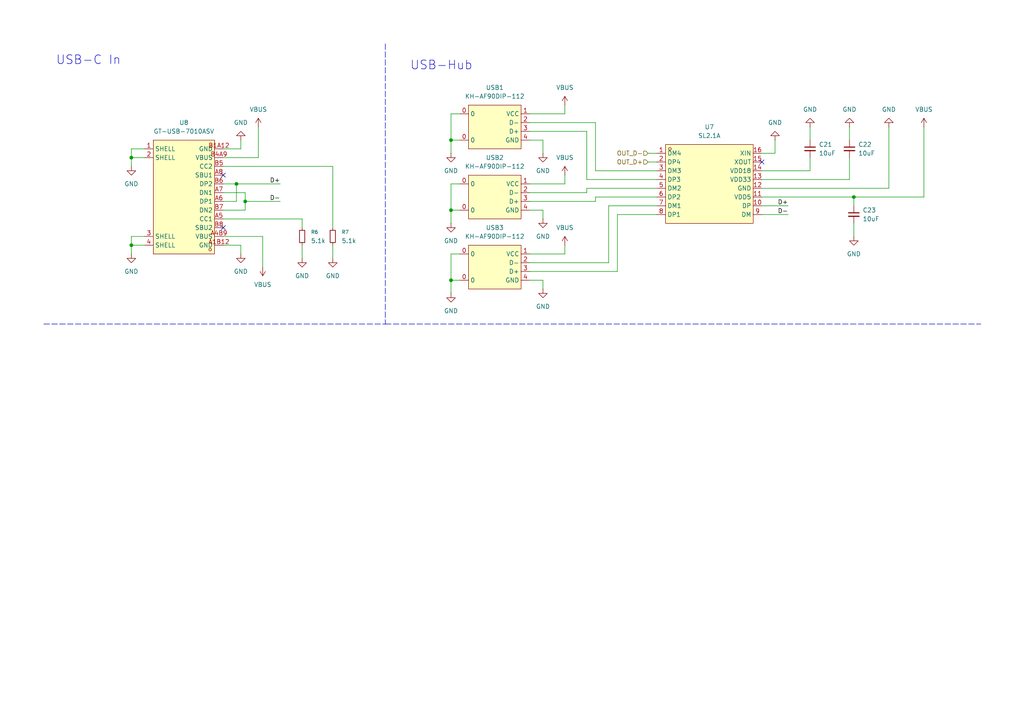
<source format=kicad_sch>
(kicad_sch (version 20250114) (generator "eeschema") (generator_version "9.0")
  (paper "A4")
  (lib_symbols
    (symbol "Device:C_Small" (pin_numbers (hide yes)) (pin_names (offset 0.254) (hide yes))
      (property "Reference" "C" (at 0.254 1.778 0))
      (property "Value" "C_Small" (at 0.254 -2.032 0))
      (symbol "C_Small_0_1"
        (polyline (pts (xy -1.524 0.508) (xy 1.524 0.508)) (stroke (width 0.3048)))
        (polyline (pts (xy -1.524 -0.508) (xy 1.524 -0.508)) (stroke (width 0.3302)))
      )
      (symbol "C_Small_1_1"
        (pin passive line (at 0 2.54 270) (length 2.032) (name "~") (number "1"))
        (pin passive line (at 0 -2.54 90) (length 2.032) (name "~") (number "2"))
      )
    )
    (symbol "Device:R_Small" (pin_numbers (hide yes)) (pin_names (offset 0.254) (hide yes))
      (property "Reference" "R" (at 0 0 90))
      (property "Value" "R_Small" (at 1.778 0 90))
      (symbol "R_Small_0_1"
        (rectangle (start -0.762 1.778) (end 0.762 -1.778) (stroke (width 0.2032)))
      )
      (symbol "R_Small_1_1"
        (pin passive line (at 0 2.54 270) (length 0.762) (name "~") (number "1"))
        (pin passive line (at 0 -2.54 90) (length 0.762) (name "~") (number "2"))
      )
    )
    (symbol "KH-AF90DIP-112_1"
      (property "Reference" "USB" (at 0 10.16 0))
      (property "Value" "KH-AF90DIP-112" (at 0 -7.62 0))
      (symbol "KH-AF90DIP-112_1_0_1"
        (rectangle (start -7.62 7.62) (end 7.62 -5.08) (fill (type background)))
        (pin unspecified line (at -10.16 5.08 0) (length 2.54) (name "0") (number "0"))
        (pin unspecified line (at -10.16 -2.54 0) (length 2.54) (name "0") (number "0"))
        (pin input line (at 10.16 5.08 180) (length 2.54) (name "VCC") (number "1"))
        (pin input line (at 10.16 2.54 180) (length 2.54) (name "D-") (number "2"))
        (pin input line (at 10.16 0 180) (length 2.54) (name "D+") (number "3"))
        (pin input line (at 10.16 -2.54 180) (length 2.54) (name "GND") (number "4"))
      )
    )
    (symbol "KH-AF90DIP-112_2"
      (property "Reference" "USB" (at 0 10.16 0))
      (property "Value" "KH-AF90DIP-112" (at 0 -7.62 0))
      (symbol "KH-AF90DIP-112_2_0_1"
        (rectangle (start -7.62 7.62) (end 7.62 -5.08) (fill (type background)))
        (pin unspecified line (at -10.16 5.08 0) (length 2.54) (name "0") (number "0"))
        (pin unspecified line (at -10.16 -2.54 0) (length 2.54) (name "0") (number "0"))
        (pin input line (at 10.16 5.08 180) (length 2.54) (name "VCC") (number "1"))
        (pin input line (at 10.16 2.54 180) (length 2.54) (name "D-") (number "2"))
        (pin input line (at 10.16 0 180) (length 2.54) (name "D+") (number "3"))
        (pin input line (at 10.16 -2.54 180) (length 2.54) (name "GND") (number "4"))
      )
    )
    (symbol "easyeda2kicad:GT-USB-7010ASV"
      (property "Reference" "U" (at 0 20.32 0))
      (property "Value" "GT-USB-7010ASV" (at 0 -17.78 0))
      (symbol "GT-USB-7010ASV_0_1"
        (rectangle (start -10.16 17.78) (end 7.62 -15.24) (fill (type background)))
        (circle (center -8.89 16.51) (radius 0.38))
        (pin unspecified line (at -12.7 15.24 0) (length 2.54) (name "GND") (number "A1B12"))
        (pin unspecified line (at -12.7 12.7 0) (length 2.54) (name "VBUS") (number "A4B9"))
        (pin unspecified line (at -12.7 10.16 0) (length 2.54) (name "SBU2") (number "B8"))
        (pin unspecified line (at -12.7 7.62 0) (length 2.54) (name "CC1") (number "A5"))
        (pin unspecified line (at -12.7 5.08 0) (length 2.54) (name "DN2") (number "B7"))
        (pin unspecified line (at -12.7 2.54 0) (length 2.54) (name "DP1") (number "A6"))
        (pin unspecified line (at -12.7 0 0) (length 2.54) (name "DN1") (number "A7"))
        (pin unspecified line (at -12.7 -2.54 0) (length 2.54) (name "DP2") (number "B6"))
        (pin unspecified line (at -12.7 -5.08 0) (length 2.54) (name "SBU1") (number "A8"))
        (pin unspecified line (at -12.7 -7.62 0) (length 2.54) (name "CC2") (number "B5"))
        (pin unspecified line (at -12.7 -10.16 0) (length 2.54) (name "VBUS") (number "B4A9"))
        (pin unspecified line (at -12.7 -12.7 0) (length 2.54) (name "GND") (number "B1A12"))
        (pin unspecified line (at 10.16 15.24 180) (length 2.54) (name "SHELL") (number "4"))
        (pin unspecified line (at 10.16 12.7 180) (length 2.54) (name "SHELL") (number "3"))
        (pin unspecified line (at 10.16 -10.16 180) (length 2.54) (name "SHELL") (number "2"))
        (pin unspecified line (at 10.16 -12.7 180) (length 2.54) (name "SHELL") (number "1"))
      )
    )
    (symbol "easyeda2kicad:KH-AF90DIP-112"
      (property "Reference" "USB" (at 0 10.16 0))
      (property "Value" "KH-AF90DIP-112" (at 0 -7.62 0))
      (symbol "KH-AF90DIP-112_0_1"
        (rectangle (start -7.62 7.62) (end 7.62 -5.08) (fill (type background)))
        (pin unspecified line (at -10.16 5.08 0) (length 2.54) (name "0") (number "0"))
        (pin unspecified line (at -10.16 -2.54 0) (length 2.54) (name "0") (number "0"))
        (pin input line (at 10.16 5.08 180) (length 2.54) (name "VCC") (number "1"))
        (pin input line (at 10.16 2.54 180) (length 2.54) (name "D-") (number "2"))
        (pin input line (at 10.16 0 180) (length 2.54) (name "D+") (number "3"))
        (pin input line (at 10.16 -2.54 180) (length 2.54) (name "GND") (number "4"))
      )
    )
    (symbol "easyeda2kicad:SL2.1A"
      (property "Reference" "U" (at 0 13.97 0))
      (property "Value" "SL2.1A" (at 0 -13.97 0))
      (symbol "SL2.1A_0_1"
        (rectangle (start -12.7 11.43) (end 12.7 -11.43) (fill (type background)))
        (circle (center -11.43 10.16) (radius 0.38))
        (pin unspecified line (at -15.24 8.89 0) (length 2.54) (name "DM4") (number "1"))
        (pin unspecified line (at -15.24 6.35 0) (length 2.54) (name "DP4") (number "2"))
        (pin unspecified line (at -15.24 3.81 0) (length 2.54) (name "DM3") (number "3"))
        (pin unspecified line (at -15.24 1.27 0) (length 2.54) (name "DP3") (number "4"))
        (pin unspecified line (at -15.24 -1.27 0) (length 2.54) (name "DM2") (number "5"))
        (pin unspecified line (at -15.24 -3.81 0) (length 2.54) (name "DP2") (number "6"))
        (pin unspecified line (at -15.24 -6.35 0) (length 2.54) (name "DM1") (number "7"))
        (pin unspecified line (at -15.24 -8.89 0) (length 2.54) (name "DP1") (number "8"))
        (pin unspecified line (at 15.24 8.89 180) (length 2.54) (name "XIN") (number "16"))
        (pin unspecified line (at 15.24 6.35 180) (length 2.54) (name "XOUT") (number "15"))
        (pin unspecified line (at 15.24 3.81 180) (length 2.54) (name "VDD18") (number "14"))
        (pin unspecified line (at 15.24 1.27 180) (length 2.54) (name "VDD33") (number "13"))
        (pin unspecified line (at 15.24 -1.27 180) (length 2.54) (name "GND") (number "12"))
        (pin unspecified line (at 15.24 -3.81 180) (length 2.54) (name "VDD5") (number "11"))
        (pin unspecified line (at 15.24 -6.35 180) (length 2.54) (name "DP") (number "10"))
        (pin unspecified line (at 15.24 -8.89 180) (length 2.54) (name "DM") (number "9"))
      )
    )
    (symbol "power:GND" (power) (pin_numbers (hide yes)) (pin_names (offset 0) (hide yes))
      (property "Value" "GND" (at 0 -3.81 0))
      (symbol "GND_0_1"
        (polyline (pts (xy 0 0) (xy 0 -1.27) (xy 1.27 -1.27) (xy 0 -2.54) (xy -1.27 -1.27) (xy 0 -1.27)))
      )
      (symbol "GND_1_1"
        (pin power_in line (at 0 0 270) (length 0) (name "~") (number "1"))
      )
    )
    (symbol "power:VBUS" (power) (pin_numbers (hide yes)) (pin_names (offset 0) (hide yes))
      (property "Value" "VBUS" (at 0 3.556 0))
      (symbol "VBUS_0_1"
        (polyline (pts (xy -0.762 1.27) (xy 0 2.54)))
        (polyline (pts (xy 0 2.54) (xy 0.762 1.27)))
        (polyline (pts (xy 0 0) (xy 0 2.54)))
      )
      (symbol "VBUS_1_1"
        (pin power_in line (at 0 0 90) (length 0) (name "~") (number "1"))
      )
    )
  )
  (text "USB-C In" (at 25.654 17.526 0) (effects (font (size 2.54 2.54))))
  (text "USB-Hub" (at 128.016 19.05 0) (effects (font (size 2.54 2.54))))
  (junction (at 38.1 71.12))
  (junction (at 68.58 53.34))
  (junction (at 130.81 81.28))
  (junction (at 247.65 57.15))
  (junction (at 130.81 40.64))
  (junction (at 71.12 58.42))
  (junction (at 38.1 45.72))
  (junction (at 130.81 60.96))
  (no_connect (at 64.77 66.04))
  (no_connect (at 64.77 50.8))
  (no_connect (at 220.98 46.99))
  (wire (pts (xy 179.07 62.23) (xy 179.07 78.74)))
  (wire (pts (xy 64.77 63.5) (xy 87.63 63.5)))
  (wire (pts (xy 38.1 73.66) (xy 38.1 71.12)))
  (wire (pts (xy 172.72 49.53) (xy 190.5 49.53)))
  (wire (pts (xy 68.58 53.34) (xy 81.28 53.34)))
  (wire (pts (xy 163.83 73.66) (xy 153.67 73.66)))
  (wire (pts (xy 172.72 57.15) (xy 190.5 57.15)))
  (wire (pts (xy 220.98 59.69) (xy 228.6 59.69)))
  (wire (pts (xy 153.67 76.2) (xy 176.53 76.2)))
  (wire (pts (xy 246.38 52.07) (xy 246.38 45.72)))
  (wire (pts (xy 64.77 55.88) (xy 71.12 55.88)))
  (wire (pts (xy 38.1 45.72) (xy 38.1 43.18)))
  (wire (pts (xy 246.38 36.83) (xy 246.38 40.64)))
  (wire (pts (xy 130.81 81.28) (xy 130.81 85.09)))
  (wire (pts (xy 38.1 48.26) (xy 38.1 45.72)))
  (wire (pts (xy 176.53 76.2) (xy 176.53 59.69)))
  (wire (pts (xy 170.18 52.07) (xy 170.18 38.1)))
  (wire (pts (xy 172.72 57.15) (xy 172.72 58.42)))
  (wire (pts (xy 64.77 68.58) (xy 76.2 68.58)))
  (wire (pts (xy 170.18 54.61) (xy 190.5 54.61)))
  (wire (pts (xy 133.35 53.34) (xy 130.81 53.34)))
  (wire (pts (xy 69.85 73.66) (xy 69.85 71.12)))
  (wire (pts (xy 69.85 40.64) (xy 69.85 43.18)))
  (wire (pts (xy 130.81 60.96) (xy 130.81 64.77)))
  (wire (pts (xy 179.07 78.74) (xy 153.67 78.74)))
  (wire (pts (xy 64.77 48.26) (xy 96.52 48.26)))
  (wire (pts (xy 38.1 71.12) (xy 38.1 68.58)))
  (wire (pts (xy 234.95 49.53) (xy 220.98 49.53)))
  (wire (pts (xy 38.1 43.18) (xy 41.91 43.18)))
  (wire (pts (xy 257.81 36.83) (xy 257.81 54.61)))
  (wire (pts (xy 38.1 45.72) (xy 41.91 45.72)))
  (wire (pts (xy 153.67 55.88) (xy 170.18 55.88)))
  (wire (pts (xy 153.67 60.96) (xy 157.48 60.96)))
  (wire (pts (xy 133.35 33.02) (xy 130.81 33.02)))
  (wire (pts (xy 130.81 81.28) (xy 133.35 81.28)))
  (wire (pts (xy 71.12 58.42) (xy 71.12 60.96)))
  (wire (pts (xy 69.85 43.18) (xy 64.77 43.18)))
  (wire (pts (xy 87.63 63.5) (xy 87.63 66.04)))
  (wire (pts (xy 64.77 53.34) (xy 68.58 53.34)))
  (wire (pts (xy 71.12 58.42) (xy 81.28 58.42)))
  (wire (pts (xy 220.98 62.23) (xy 228.6 62.23)))
  (wire (pts (xy 163.83 53.34) (xy 163.83 50.8)))
  (wire (pts (xy 176.53 59.69) (xy 190.5 59.69)))
  (wire (pts (xy 267.97 36.83) (xy 267.97 57.15)))
  (wire (pts (xy 157.48 81.28) (xy 157.48 83.82)))
  (wire (pts (xy 170.18 38.1) (xy 153.67 38.1)))
  (polyline (pts (xy 12.7 93.98) (xy 111.76 93.98)) (stroke (width 0) (type dash)))
  (wire (pts (xy 187.96 44.45) (xy 190.5 44.45)))
  (wire (pts (xy 96.52 48.26) (xy 96.52 66.04)))
  (wire (pts (xy 38.1 71.12) (xy 41.91 71.12)))
  (wire (pts (xy 69.85 71.12) (xy 64.77 71.12)))
  (wire (pts (xy 247.65 64.77) (xy 247.65 68.58)))
  (wire (pts (xy 163.83 33.02) (xy 153.67 33.02)))
  (wire (pts (xy 38.1 68.58) (xy 41.91 68.58)))
  (wire (pts (xy 71.12 60.96) (xy 64.77 60.96)))
  (wire (pts (xy 157.48 40.64) (xy 153.67 40.64)))
  (wire (pts (xy 153.67 35.56) (xy 172.72 35.56)))
  (wire (pts (xy 133.35 60.96) (xy 130.81 60.96)))
  (wire (pts (xy 64.77 45.72) (xy 74.93 45.72)))
  (wire (pts (xy 220.98 52.07) (xy 246.38 52.07)))
  (wire (pts (xy 220.98 54.61) (xy 257.81 54.61)))
  (wire (pts (xy 64.77 58.42) (xy 68.58 58.42)))
  (wire (pts (xy 130.81 73.66) (xy 130.81 81.28)))
  (wire (pts (xy 234.95 36.83) (xy 234.95 40.64)))
  (wire (pts (xy 96.52 71.12) (xy 96.52 74.93)))
  (wire (pts (xy 220.98 57.15) (xy 247.65 57.15)))
  (wire (pts (xy 190.5 62.23) (xy 179.07 62.23)))
  (wire (pts (xy 153.67 81.28) (xy 157.48 81.28)))
  (wire (pts (xy 247.65 57.15) (xy 247.65 59.69)))
  (wire (pts (xy 224.79 40.64) (xy 224.79 44.45)))
  (wire (pts (xy 234.95 45.72) (xy 234.95 49.53)))
  (wire (pts (xy 133.35 73.66) (xy 130.81 73.66)))
  (wire (pts (xy 87.63 71.12) (xy 87.63 74.93)))
  (wire (pts (xy 130.81 53.34) (xy 130.81 60.96)))
  (wire (pts (xy 187.96 46.99) (xy 190.5 46.99)))
  (wire (pts (xy 68.58 53.34) (xy 68.58 58.42)))
  (wire (pts (xy 172.72 58.42) (xy 153.67 58.42)))
  (wire (pts (xy 172.72 35.56) (xy 172.72 49.53)))
  (wire (pts (xy 76.2 68.58) (xy 76.2 77.47)))
  (wire (pts (xy 71.12 55.88) (xy 71.12 58.42)))
  (wire (pts (xy 170.18 55.88) (xy 170.18 54.61)))
  (wire (pts (xy 133.35 40.64) (xy 130.81 40.64)))
  (polyline (pts (xy 111.76 12.7) (xy 111.76 93.98)) (stroke (width 0) (type dash)))
  (wire (pts (xy 130.81 40.64) (xy 130.81 44.45)))
  (wire (pts (xy 190.5 52.07) (xy 170.18 52.07)))
  (wire (pts (xy 247.65 57.15) (xy 267.97 57.15)))
  (wire (pts (xy 157.48 44.45) (xy 157.48 40.64)))
  (wire (pts (xy 157.48 60.96) (xy 157.48 63.5)))
  (wire (pts (xy 163.83 71.12) (xy 163.83 73.66)))
  (wire (pts (xy 224.79 44.45) (xy 220.98 44.45)))
  (polyline (pts (xy 111.76 93.98) (xy 284.48 93.98)) (stroke (width 0) (type dash)))
  (wire (pts (xy 153.67 53.34) (xy 163.83 53.34)))
  (wire (pts (xy 74.93 36.83) (xy 74.93 45.72)))
  (wire (pts (xy 130.81 33.02) (xy 130.81 40.64)))
  (wire (pts (xy 163.83 30.48) (xy 163.83 33.02)))
  (label "D+" (at 81.28 53.34 180))
  (label "D-" (at 81.28 58.42 180))
  (label "D-" (at 228.6 62.23 180))
  (label "D+" (at 228.6 59.69 180))
  (hierarchical_label "OUT_D+" (shape input) (at 187.96 46.99 180))
  (hierarchical_label "OUT_D-" (shape input) (at 187.96 44.45 180))
  (symbol (lib_id "power:GND") (at 130.81 64.77 0) (unit 1)
    (property "Reference" "#PWR047" (effects (hide yes)))
    (property "Value" "GND" (at 130.81 69.85 0))
    (property "Description" "Power symbol creates a global label with name \"GND\" , ground" (effects (hide yes)))
  )
  (symbol (lib_id "power:GND") (at 157.48 63.5 0) (unit 1)
    (property "Reference" "#PWR046" (effects (hide yes)))
    (property "Value" "GND" (at 157.48 68.58 0))
    (property "Description" "Power symbol creates a global label with name \"GND\" , ground" (effects (hide yes)))
  )
  (symbol (lib_id "power:GND") (at 257.81 36.83 180) (unit 1)
    (property "Reference" "#PWR056" (effects (hide yes)))
    (property "Value" "GND" (at 257.81 31.75 0))
    (property "Description" "Power symbol creates a global label with name \"GND\" , ground" (effects (hide yes)))
  )
  (symbol (lib_id "Device:C_Small") (at 246.38 43.18 0) (unit 1)
    (property "Reference" "C22" (at 248.92 41.9162 0) (effects (justify left)))
    (property "Value" "10uF" (at 248.92 44.4562 0) (effects (justify left)))
    (property "Footprint" "Capacitor_SMD:C_0805_2012Metric_Pad1.18x1.45mm_HandSolder" (effects (hide yes)))
    (property "Description" "Unpolarized capacitor, small symbol" (effects (hide yes)))
  )
  (symbol (lib_id "power:VBUS") (at 267.97 36.83 0) (unit 1)
    (property "Reference" "#PWR057" (effects (hide yes)))
    (property "Value" "VBUS" (at 267.97 31.75 0))
    (property "Description" "Power symbol creates a global label with name \"VBUS\"" (effects (hide yes)))
  )
  (symbol (lib_id "Device:C_Small") (at 234.95 43.18 0) (unit 1)
    (property "Reference" "C21" (at 237.49 41.9162 0) (effects (justify left)))
    (property "Value" "10uF" (at 237.49 44.4562 0) (effects (justify left)))
    (property "Footprint" "Capacitor_SMD:C_0805_2012Metric_Pad1.18x1.45mm_HandSolder" (effects (hide yes)))
    (property "Description" "Unpolarized capacitor, small symbol" (effects (hide yes)))
  )
  (symbol (lib_id "power:GND") (at 38.1 48.26 0) (unit 1)
    (property "Reference" "#PWR035" (effects (hide yes)))
    (property "Value" "GND" (at 38.1 53.34 0))
    (property "Description" "Power symbol creates a global label with name \"GND\" , ground" (effects (hide yes)))
  )
  (symbol (lib_id "power:VBUS") (at 163.83 30.48 0) (unit 1)
    (property "Reference" "#PWR052" (effects (hide yes)))
    (property "Value" "VBUS" (at 163.83 25.4 0))
    (property "Description" "Power symbol creates a global label with name \"VBUS\"" (effects (hide yes)))
  )
  (symbol (lib_name "KH-AF90DIP-112_1") (lib_id "easyeda2kicad:KH-AF90DIP-112") (at 143.51 58.42 0) (unit 1)
    (property "Reference" "USB2" (at 143.51 45.72 0))
    (property "Value" "KH-AF90DIP-112" (at 143.51 48.26 0))
    (property "Footprint" "easyeda2kicad:USB-A-TH_USB-A-F-90" (effects (hide yes)))
    (property "Datasheet" "https://lcsc.com/product-detail/USB-Connectors_Shenzhen-Kinghelm-Elec-KH-AF90DIP-112_C503996.html" (effects (hide yes)))
    (property "LCSC Part" "C503996" (effects (hide yes)))
  )
  (symbol (lib_id "power:GND") (at 157.48 44.45 0) (unit 1)
    (property "Reference" "#PWR049" (effects (hide yes)))
    (property "Value" "GND" (at 157.48 49.53 0))
    (property "Description" "Power symbol creates a global label with name \"GND\" , ground" (effects (hide yes)))
  )
  (symbol (lib_id "power:GND") (at 224.79 40.64 180) (unit 1)
    (property "Reference" "#PWR053" (effects (hide yes)))
    (property "Value" "GND" (at 224.79 35.56 0))
    (property "Description" "Power symbol creates a global label with name \"GND\" , ground" (effects (hide yes)))
  )
  (symbol (lib_id "power:GND") (at 130.81 44.45 0) (unit 1)
    (property "Reference" "#PWR048" (effects (hide yes)))
    (property "Value" "GND" (at 130.81 49.53 0))
    (property "Description" "Power symbol creates a global label with name \"GND\" , ground" (effects (hide yes)))
  )
  (symbol (lib_id "power:VBUS") (at 163.83 50.8 0) (unit 1)
    (property "Reference" "#PWR051" (effects (hide yes)))
    (property "Value" "VBUS" (at 163.83 45.72 0))
    (property "Description" "Power symbol creates a global label with name \"VBUS\"" (effects (hide yes)))
  )
  (symbol (lib_id "power:GND") (at 247.65 68.58 0) (unit 1)
    (property "Reference" "#PWR058" (effects (hide yes)))
    (property "Value" "GND" (at 247.65 73.66 0))
    (property "Description" "Power symbol creates a global label with name \"GND\" , ground" (effects (hide yes)))
  )
  (symbol (lib_id "easyeda2kicad:SL2.1A") (at 205.74 53.34 0) (unit 1)
    (property "Reference" "U7" (at 205.74 36.83 0))
    (property "Value" "SL2.1A" (at 205.74 39.37 0))
    (property "Footprint" "easyeda2kicad:SOP-16_L10.0-W3.9-P1.27-LS6.0-BL" (effects (hide yes)))
    (property "Datasheet" "https://lcsc.com/product-detail/Others_CoreChips-SL2-1A_C192893.html" (effects (hide yes)))
    (property "LCSC Part" "C192893" (effects (hide yes)))
  )
  (symbol (lib_id "power:GND") (at 69.85 40.64 180) (unit 1)
    (property "Reference" "#PWR037" (effects (hide yes)))
    (property "Value" "GND" (at 69.85 35.56 0))
    (property "Description" "Power symbol creates a global label with name \"GND\" , ground" (effects (hide yes)))
  )
  (symbol (lib_id "power:GND") (at 87.63 74.93 0) (unit 1)
    (property "Reference" "#PWR042" (effects (hide yes)))
    (property "Value" "GND" (at 87.63 80.01 0))
    (property "Description" "Power symbol creates a global label with name \"GND\" , ground" (effects (hide yes)))
  )
  (symbol (lib_name "KH-AF90DIP-112_2") (lib_id "easyeda2kicad:KH-AF90DIP-112") (at 143.51 78.74 0) (unit 1)
    (property "Reference" "USB3" (at 143.51 66.04 0))
    (property "Value" "KH-AF90DIP-112" (at 143.51 68.58 0))
    (property "Footprint" "easyeda2kicad:USB-A-TH_USB-A-F-90" (effects (hide yes)))
    (property "Datasheet" "https://lcsc.com/product-detail/USB-Connectors_Shenzhen-Kinghelm-Elec-KH-AF90DIP-112_C503996.html" (effects (hide yes)))
    (property "LCSC Part" "C503996" (effects (hide yes)))
  )
  (symbol (lib_id "power:GND") (at 96.52 74.93 0) (unit 1)
    (property "Reference" "#PWR043" (effects (hide yes)))
    (property "Value" "GND" (at 96.52 80.01 0))
    (property "Description" "Power symbol creates a global label with name \"GND\" , ground" (effects (hide yes)))
  )
  (symbol (lib_id "Device:R_Small") (at 87.63 68.58 0) (unit 1)
    (property "Reference" "R6" (at 90.17 67.3099 0) (effects (font (size 1.016 1.016)) (justify left)))
    (property "Value" "5.1k" (at 90.17 69.8499 0) (effects (justify left)))
    (property "Footprint" "Resistor_SMD:R_0805_2012Metric_Pad1.20x1.40mm_HandSolder" (effects (hide yes)))
    (property "Description" "Resistor, small symbol" (effects (hide yes)))
  )
  (symbol (lib_id "power:GND") (at 246.38 36.83 180) (unit 1)
    (property "Reference" "#PWR055" (effects (hide yes)))
    (property "Value" "GND" (at 246.38 31.75 0))
    (property "Description" "Power symbol creates a global label with name \"GND\" , ground" (effects (hide yes)))
  )
  (symbol (lib_id "power:VBUS") (at 163.83 71.12 0) (unit 1)
    (property "Reference" "#PWR050" (effects (hide yes)))
    (property "Value" "VBUS" (at 163.83 66.04 0))
    (property "Description" "Power symbol creates a global label with name \"VBUS\"" (effects (hide yes)))
  )
  (symbol (lib_id "power:GND") (at 157.48 83.82 0) (unit 1)
    (property "Reference" "#PWR045" (effects (hide yes)))
    (property "Value" "GND" (at 157.48 88.9 0))
    (property "Description" "Power symbol creates a global label with name \"GND\" , ground" (effects (hide yes)))
  )
  (symbol (lib_id "power:GND") (at 130.81 85.09 0) (unit 1)
    (property "Reference" "#PWR044" (effects (hide yes)))
    (property "Value" "GND" (at 130.81 90.17 0))
    (property "Description" "Power symbol creates a global label with name \"GND\" , ground" (effects (hide yes)))
  )
  (symbol (lib_id "power:GND") (at 69.85 73.66 0) (unit 1)
    (property "Reference" "#PWR036" (effects (hide yes)))
    (property "Value" "GND" (at 69.85 78.74 0))
    (property "Description" "Power symbol creates a global label with name \"GND\" , ground" (effects (hide yes)))
  )
  (symbol (lib_id "Device:R_Small") (at 96.52 68.58 0) (unit 1)
    (property "Reference" "R7" (at 99.06 67.3099 0) (effects (font (size 1.016 1.016)) (justify left)))
    (property "Value" "5.1k" (at 99.06 69.8499 0) (effects (justify left)))
    (property "Footprint" "Resistor_SMD:R_0805_2012Metric_Pad1.20x1.40mm_HandSolder" (effects (hide yes)))
    (property "Description" "Resistor, small symbol" (effects (hide yes)))
  )
  (symbol (lib_id "Device:C_Small") (at 247.65 62.23 0) (unit 1)
    (property "Reference" "C23" (at 250.19 60.9662 0) (effects (justify left)))
    (property "Value" "10uF" (at 250.19 63.5062 0) (effects (justify left)))
    (property "Footprint" "Capacitor_SMD:C_0805_2012Metric_Pad1.18x1.45mm_HandSolder" (effects (hide yes)))
    (property "Description" "Unpolarized capacitor, small symbol" (effects (hide yes)))
  )
  (symbol (lib_id "easyeda2kicad:KH-AF90DIP-112") (at 143.51 38.1 0) (unit 1)
    (property "Reference" "USB1" (at 143.51 25.4 0))
    (property "Value" "KH-AF90DIP-112" (at 143.51 27.94 0))
    (property "Footprint" "easyeda2kicad:USB-A-TH_USB-A-F-90" (effects (hide yes)))
    (property "Datasheet" "https://lcsc.com/product-detail/USB-Connectors_Shenzhen-Kinghelm-Elec-KH-AF90DIP-112_C503996.html" (effects (hide yes)))
    (property "LCSC Part" "C503996" (effects (hide yes)))
  )
  (symbol (lib_id "power:VBUS") (at 74.93 36.83 0) (unit 1)
    (property "Reference" "#PWR038" (effects (hide yes)))
    (property "Value" "VBUS" (at 74.93 31.75 0))
    (property "Description" "Power symbol creates a global label with name \"VBUS\"" (effects (hide yes)))
  )
  (symbol (lib_id "power:VBUS") (at 76.2 77.47 180) (unit 1)
    (property "Reference" "#PWR041" (effects (hide yes)))
    (property "Value" "VBUS" (at 76.2 82.55 0))
    (property "Description" "Power symbol creates a global label with name \"VBUS\"" (effects (hide yes)))
  )
  (symbol (lib_id "easyeda2kicad:GT-USB-7010ASV") (at 52.07 55.88 180) (unit 1)
    (property "Reference" "U8" (at 53.34 35.56 0))
    (property "Value" "GT-USB-7010ASV" (at 53.34 38.1 0))
    (property "Footprint" "easyeda2kicad:USB-C-SMD_G-SWITCH_GT-USB-7010ASV" (effects (hide yes)))
    (property "LCSC Part" "C2988369" (effects (hide yes)))
  )
  (symbol (lib_id "power:GND") (at 38.1 73.66 0) (unit 1)
    (property "Reference" "#PWR034" (effects (hide yes)))
    (property "Value" "GND" (at 38.1 78.74 0))
    (property "Description" "Power symbol creates a global label with name \"GND\" , ground" (effects (hide yes)))
  )
  (symbol (lib_id "power:GND") (at 234.95 36.83 180) (unit 1)
    (property "Reference" "#PWR054" (effects (hide yes)))
    (property "Value" "GND" (at 234.95 31.75 0))
    (property "Description" "Power symbol creates a global label with name \"GND\" , ground" (effects (hide yes)))
  )
)
</source>
